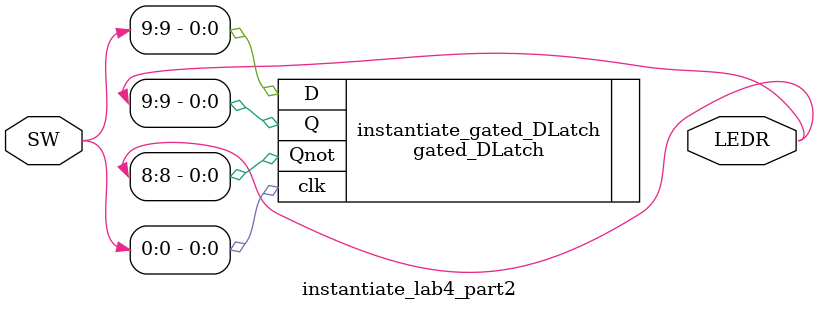
<source format=v>
module instantiate_lab4_part2(SW,LEDR);
 
	input[9:0] SW ;
	output [9:0] LEDR;

	gated_DLatch instantiate_gated_DLatch (
	.clk(SW[0]), 
	.D(SW[9]), 
	.Q(LEDR[9]), 
	.Qnot(LEDR[8]));
	
endmodule
</source>
